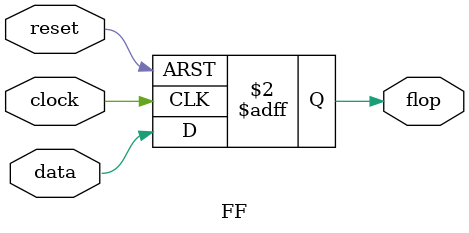
<source format=v>
module FF(clock, reset, data, flop);
  
input clock;
  
input reset;
  
input data;
 
 output reg flop;
  
always@(posedge reset or posedge clock) begin
    
if(reset)begin
      flop<=0;
    end
    
else begin
      flop<=data;
    end 
  end
endmodule
</source>
